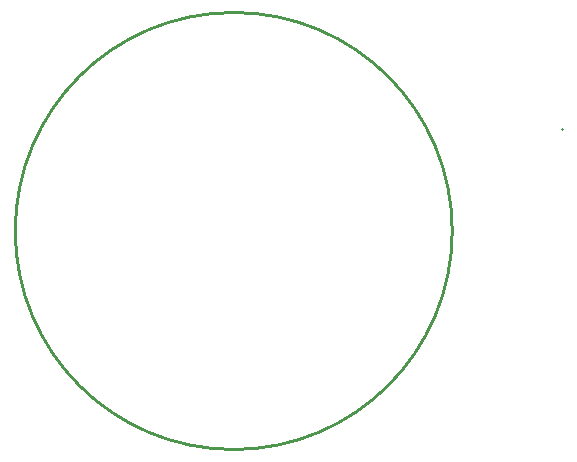
<source format=gbr>
G04*
G04 #@! TF.GenerationSoftware,Altium Limited,Altium Designer,25.8.1 (18)*
G04*
G04 Layer_Color=32896*
%FSLAX25Y25*%
%MOIN*%
G70*
G04*
G04 #@! TF.SameCoordinates,4631C722-686F-4E2B-9103-F4525CE58AF5*
G04*
G04*
G04 #@! TF.FilePolarity,Positive*
G04*
G01*
G75*
%ADD12C,0.01000*%
D12*
X466535Y314961D02*
G03*
X466535Y314961I-72835J0D01*
G01*
X503150Y348819D02*
X503150D01*
M02*

</source>
